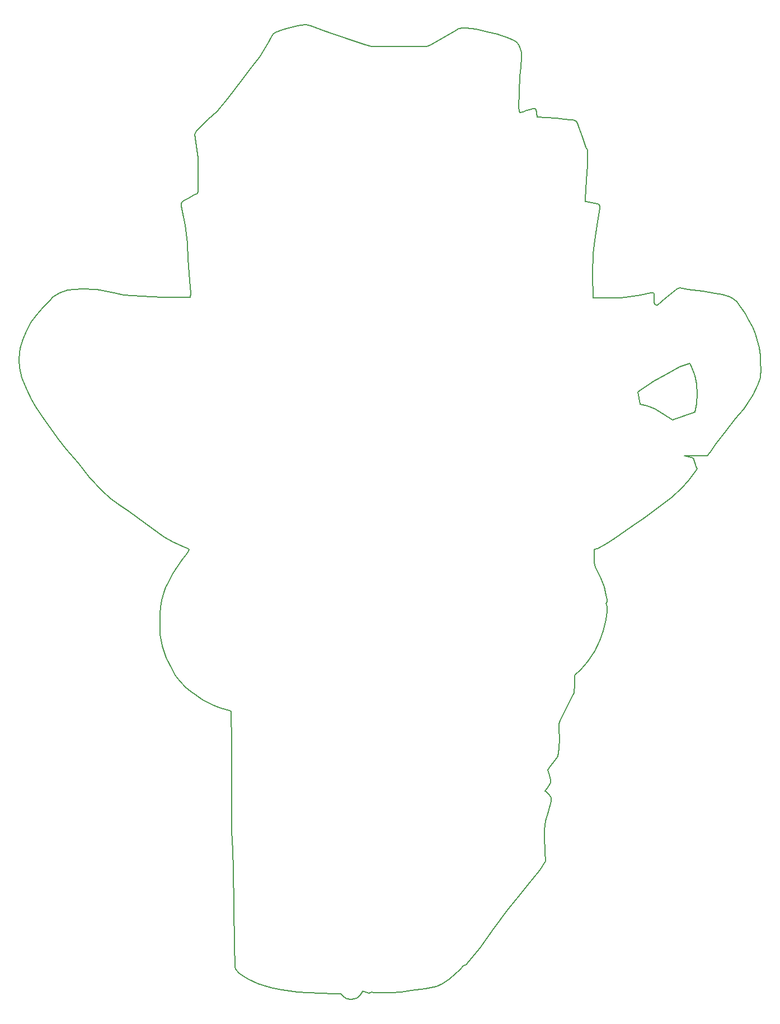
<source format=gm1>
G04 #@! TF.FileFunction,Profile,NP*
%FSLAX46Y46*%
G04 Gerber Fmt 4.6, Leading zero omitted, Abs format (unit mm)*
G04 Created by KiCad (PCBNEW 4.0.7+dfsg1-1ubuntu2) date Fri May 11 22:40:51 2018*
%MOMM*%
%LPD*%
G01*
G04 APERTURE LIST*
%ADD10C,0.100000*%
%ADD11C,0.150000*%
G04 APERTURE END LIST*
D10*
D11*
X102600000Y-154300000D02*
X102800000Y-165700000D01*
X102500000Y-151500000D02*
X102600000Y-154300000D01*
X144200000Y-160350000D02*
X145350000Y-158900000D01*
X142000000Y-163350000D02*
X144200000Y-160350000D01*
X139950000Y-166200000D02*
X142000000Y-163350000D01*
X164150000Y-83950000D02*
X163800000Y-82150000D01*
X165250000Y-84250000D02*
X164150000Y-83950000D01*
X166350000Y-84700000D02*
X165250000Y-84250000D01*
X167500000Y-85300000D02*
X166350000Y-84700000D01*
X168400000Y-85900000D02*
X167500000Y-85300000D01*
X169050000Y-86350000D02*
X168400000Y-85900000D01*
X172450000Y-85200000D02*
X169050000Y-86350000D01*
X172750000Y-83900000D02*
X172450000Y-85200000D01*
X172850000Y-82450000D02*
X172750000Y-83900000D01*
X172750000Y-80950000D02*
X172850000Y-82450000D01*
X172450000Y-79700000D02*
X172750000Y-80950000D01*
X172050000Y-78600000D02*
X172450000Y-79700000D01*
X171700000Y-77800000D02*
X172050000Y-78600000D01*
X170200000Y-78350000D02*
X171700000Y-77800000D01*
X168050000Y-79500000D02*
X170200000Y-78350000D01*
X166200000Y-80550000D02*
X168050000Y-79500000D01*
X163800000Y-82150000D02*
X166200000Y-80550000D01*
X100500000Y-129900000D02*
X102300000Y-130400000D01*
X99450000Y-129450000D02*
X100500000Y-129900000D01*
X98000000Y-128650000D02*
X99450000Y-129450000D01*
X97050000Y-128050000D02*
X98000000Y-128650000D01*
X96200000Y-127450000D02*
X97050000Y-128050000D01*
X95400000Y-126800000D02*
X96200000Y-127450000D01*
X94500000Y-125850000D02*
X95400000Y-126800000D01*
X93850000Y-124950000D02*
X94500000Y-125850000D01*
X93350000Y-124100000D02*
X93850000Y-124950000D01*
X92500000Y-122350000D02*
X93350000Y-124100000D01*
X91900000Y-120600000D02*
X92500000Y-122350000D01*
X91550000Y-118750000D02*
X91900000Y-120600000D01*
X91500000Y-116950000D02*
X91550000Y-118750000D01*
X91550000Y-115650000D02*
X91500000Y-116950000D01*
X91600000Y-114600000D02*
X91550000Y-115650000D01*
X91800000Y-113650000D02*
X91600000Y-114600000D01*
X92150000Y-112450000D02*
X91800000Y-113650000D01*
X92400000Y-111700000D02*
X92150000Y-112450000D01*
X92700000Y-111050000D02*
X92400000Y-111700000D01*
X93050000Y-110400000D02*
X92700000Y-111050000D01*
X93400000Y-109750000D02*
X93050000Y-110400000D01*
X93800000Y-109050000D02*
X93400000Y-109750000D01*
X95850000Y-106150000D02*
X95600000Y-106600000D01*
X95950000Y-105900000D02*
X95850000Y-106150000D01*
X95600000Y-105750000D02*
X95950000Y-105900000D01*
X94900000Y-107400000D02*
X93800000Y-109050000D01*
X95600000Y-106600000D02*
X94900000Y-107400000D01*
X95200000Y-105550000D02*
X95600000Y-105750000D01*
X93500000Y-104800000D02*
X95200000Y-105550000D01*
X92150000Y-104050000D02*
X93500000Y-104800000D01*
X89300000Y-102050000D02*
X92150000Y-104050000D01*
X86750000Y-100200000D02*
X89300000Y-102050000D01*
X85300000Y-99150000D02*
X86750000Y-100200000D01*
X84000000Y-98200000D02*
X85300000Y-99150000D01*
X82750000Y-97000000D02*
X84000000Y-98200000D01*
X80900000Y-95050000D02*
X82750000Y-97000000D01*
X79150000Y-92900000D02*
X80900000Y-95050000D01*
X77300000Y-90750000D02*
X79150000Y-92900000D01*
X76150000Y-89250000D02*
X77300000Y-90750000D01*
X74850000Y-87450000D02*
X76150000Y-89250000D01*
X74000000Y-86250000D02*
X74850000Y-87450000D01*
X72750000Y-84400000D02*
X74000000Y-86250000D01*
X72050000Y-83200000D02*
X72750000Y-84400000D01*
X71350000Y-81750000D02*
X72050000Y-83200000D01*
X70650000Y-80000000D02*
X71350000Y-81750000D01*
X70300000Y-78500000D02*
X70650000Y-80000000D01*
X70200000Y-77300000D02*
X70300000Y-78500000D01*
X70250000Y-76200000D02*
X70200000Y-77300000D01*
X70350000Y-75500000D02*
X70250000Y-76200000D01*
X70800000Y-74200000D02*
X70350000Y-75500000D01*
X71300000Y-72950000D02*
X70800000Y-74200000D01*
X72000000Y-71650000D02*
X71300000Y-72950000D01*
X72800000Y-70500000D02*
X72000000Y-71650000D01*
X73850000Y-69350000D02*
X72800000Y-70500000D01*
X74800000Y-68400000D02*
X73850000Y-69350000D01*
X75400000Y-67750000D02*
X74800000Y-68400000D01*
X76400000Y-67100000D02*
X75400000Y-67750000D01*
X77600000Y-66750000D02*
X76400000Y-67100000D01*
X79700000Y-66550000D02*
X77600000Y-66750000D01*
X82000000Y-66650000D02*
X79700000Y-66550000D01*
X84550000Y-67150000D02*
X82000000Y-66650000D01*
X86050000Y-67500000D02*
X84550000Y-67150000D01*
X90150000Y-67750000D02*
X86050000Y-67500000D01*
X92150000Y-67800000D02*
X90150000Y-67750000D01*
X95400000Y-67800000D02*
X92150000Y-67800000D01*
X96100000Y-67800000D02*
X95400000Y-67800000D01*
X96200000Y-67250000D02*
X96100000Y-67800000D01*
X96050000Y-65250000D02*
X96200000Y-67250000D01*
X95800000Y-62100000D02*
X96050000Y-65250000D01*
X95650000Y-59600000D02*
X95800000Y-62100000D01*
X95350000Y-56900000D02*
X95650000Y-59600000D01*
X95000000Y-55250000D02*
X95350000Y-56900000D01*
X94750000Y-54000000D02*
X95000000Y-55250000D01*
X94750000Y-53650000D02*
X94750000Y-54000000D01*
X94850000Y-53400000D02*
X94750000Y-53650000D01*
X95200000Y-53150000D02*
X94850000Y-53400000D01*
X95850000Y-52800000D02*
X95200000Y-53150000D01*
X96700000Y-52350000D02*
X95850000Y-52800000D01*
X97100000Y-52150000D02*
X96700000Y-52350000D01*
X97250000Y-51900000D02*
X97100000Y-52150000D01*
X97300000Y-49250000D02*
X97250000Y-51900000D01*
X97250000Y-46700000D02*
X97300000Y-49250000D01*
X97050000Y-44950000D02*
X97250000Y-46700000D01*
X96850000Y-43750000D02*
X97050000Y-44950000D01*
X96800000Y-43150000D02*
X96850000Y-43750000D01*
X97000000Y-42650000D02*
X96800000Y-43150000D01*
X98800000Y-40850000D02*
X97000000Y-42650000D01*
X100200000Y-39700000D02*
X98800000Y-40850000D01*
X101800000Y-37750000D02*
X100200000Y-39700000D01*
X103950000Y-34900000D02*
X101800000Y-37750000D01*
X105000000Y-33500000D02*
X103950000Y-34900000D01*
X105850000Y-32400000D02*
X105000000Y-33500000D01*
X106600000Y-31500000D02*
X105850000Y-32400000D01*
X107400000Y-30200000D02*
X106600000Y-31500000D01*
X107850000Y-29350000D02*
X107400000Y-30200000D01*
X108350000Y-28450000D02*
X107850000Y-29350000D01*
X108600000Y-28000000D02*
X108350000Y-28450000D01*
X109000000Y-27800000D02*
X108600000Y-28000000D01*
X110050000Y-27350000D02*
X109000000Y-27800000D01*
X111000000Y-27050000D02*
X110050000Y-27350000D01*
X112050000Y-26800000D02*
X111000000Y-27050000D01*
X112800000Y-26650000D02*
X112050000Y-26800000D01*
X113600000Y-26600000D02*
X112800000Y-26650000D01*
X114300000Y-26750000D02*
X113600000Y-26600000D01*
X116600000Y-27600000D02*
X114300000Y-26750000D01*
X120350000Y-28850000D02*
X116600000Y-27600000D01*
X122600000Y-29600000D02*
X120350000Y-28850000D01*
X123500000Y-29850000D02*
X122600000Y-29600000D01*
X131950000Y-29850000D02*
X123500000Y-29850000D01*
X132500000Y-29600000D02*
X131950000Y-29850000D01*
X134300000Y-28600000D02*
X132500000Y-29600000D01*
X136050000Y-27600000D02*
X134300000Y-28600000D01*
X136750000Y-27200000D02*
X136050000Y-27600000D01*
X137350000Y-27050000D02*
X136750000Y-27200000D01*
X137850000Y-27050000D02*
X137350000Y-27050000D01*
X139350000Y-27250000D02*
X137850000Y-27050000D01*
X141100000Y-27650000D02*
X139350000Y-27250000D01*
X142550000Y-28050000D02*
X141100000Y-27650000D01*
X144300000Y-28650000D02*
X142550000Y-28050000D01*
X145000000Y-28950000D02*
X144300000Y-28650000D01*
X145500000Y-29250000D02*
X145000000Y-28950000D01*
X145800000Y-29650000D02*
X145500000Y-29250000D01*
X146050000Y-30250000D02*
X145800000Y-29650000D01*
X146250000Y-30850000D02*
X146050000Y-30250000D01*
X146250000Y-31500000D02*
X146250000Y-30850000D01*
X146150000Y-33000000D02*
X146250000Y-31500000D01*
X146000000Y-34400000D02*
X146150000Y-33000000D01*
X145850000Y-36750000D02*
X146000000Y-34400000D01*
X145800000Y-39100000D02*
X145850000Y-36750000D01*
X145850000Y-39650000D02*
X145800000Y-39100000D01*
X145950000Y-39900000D02*
X145850000Y-39650000D01*
X146450000Y-39750000D02*
X145950000Y-39900000D01*
X147000000Y-39550000D02*
X146450000Y-39750000D01*
X147500000Y-39450000D02*
X147000000Y-39550000D01*
X147950000Y-39300000D02*
X147500000Y-39450000D01*
X148200000Y-39300000D02*
X147950000Y-39300000D01*
X148400000Y-39400000D02*
X148200000Y-39300000D01*
X148550000Y-40000000D02*
X148400000Y-39400000D01*
X148600000Y-40550000D02*
X148550000Y-40000000D01*
X151500000Y-40700000D02*
X148600000Y-40550000D01*
X152750000Y-40850000D02*
X151500000Y-40700000D01*
X153600000Y-40950000D02*
X152750000Y-40850000D01*
X153950000Y-41000000D02*
X153600000Y-40950000D01*
X154250000Y-41050000D02*
X153950000Y-41000000D01*
X154500000Y-41200000D02*
X154250000Y-41050000D01*
X154700000Y-41450000D02*
X154500000Y-41200000D01*
X154900000Y-42000000D02*
X154700000Y-41450000D01*
X155450000Y-43600000D02*
X154900000Y-42000000D01*
X156000000Y-45100000D02*
X155450000Y-43600000D01*
X156200000Y-45550000D02*
X156000000Y-45100000D01*
X156200000Y-45950000D02*
X156200000Y-45550000D01*
X156200000Y-47800000D02*
X156200000Y-45950000D01*
X156050000Y-50150000D02*
X156200000Y-47800000D01*
X155850000Y-52900000D02*
X156050000Y-50150000D01*
X155850000Y-53300000D02*
X155850000Y-52900000D01*
X156000000Y-53350000D02*
X155850000Y-53300000D01*
X157700000Y-53650000D02*
X156000000Y-53350000D01*
X157950000Y-53750000D02*
X157700000Y-53650000D01*
X158100000Y-54000000D02*
X157950000Y-53750000D01*
X158100000Y-54350000D02*
X158100000Y-54000000D01*
X157750000Y-56350000D02*
X158100000Y-54350000D01*
X157350000Y-59150000D02*
X157750000Y-56350000D01*
X157100000Y-61200000D02*
X157350000Y-59150000D01*
X157000000Y-64300000D02*
X157100000Y-61200000D01*
X157050000Y-67900000D02*
X157000000Y-64300000D01*
X158700000Y-67900000D02*
X157050000Y-67900000D01*
X161250000Y-67900000D02*
X158700000Y-67900000D01*
X162550000Y-67750000D02*
X161250000Y-67900000D01*
X164250000Y-67500000D02*
X162550000Y-67750000D01*
X165800000Y-67150000D02*
X164250000Y-67500000D01*
X166150000Y-67150000D02*
X165800000Y-67150000D01*
X166250000Y-67200000D02*
X166150000Y-67150000D01*
X166300000Y-67550000D02*
X166250000Y-67200000D01*
X166300000Y-68600000D02*
X166300000Y-67550000D01*
X166350000Y-68850000D02*
X166300000Y-68600000D01*
X166450000Y-68950000D02*
X166350000Y-68850000D01*
X166600000Y-69000000D02*
X166450000Y-68950000D01*
X166800000Y-69000000D02*
X166600000Y-69000000D01*
X168100000Y-67900000D02*
X166800000Y-69000000D01*
X169800000Y-66550000D02*
X168100000Y-67900000D01*
X170150000Y-66400000D02*
X169800000Y-66550000D01*
X171400000Y-66600000D02*
X170150000Y-66400000D01*
X173650000Y-66900000D02*
X171400000Y-66600000D01*
X175500000Y-67200000D02*
X173650000Y-66900000D01*
X176600000Y-67400000D02*
X175500000Y-67200000D01*
X177700000Y-67750000D02*
X176600000Y-67400000D01*
X178300000Y-68050000D02*
X177700000Y-67750000D01*
X178800000Y-68500000D02*
X178300000Y-68050000D01*
X179450000Y-69300000D02*
X178800000Y-68500000D01*
X180100000Y-70300000D02*
X179450000Y-69300000D01*
X180550000Y-71100000D02*
X180100000Y-70300000D01*
X181150000Y-72300000D02*
X180550000Y-71100000D01*
X181600000Y-73350000D02*
X181150000Y-72300000D01*
X181900000Y-74250000D02*
X181600000Y-73350000D01*
X182200000Y-75400000D02*
X181900000Y-74250000D01*
X182350000Y-76650000D02*
X182200000Y-75400000D01*
X182400000Y-77500000D02*
X182350000Y-76650000D01*
X182450000Y-78900000D02*
X182400000Y-77500000D01*
X182400000Y-79650000D02*
X182450000Y-78900000D01*
X182400000Y-80050000D02*
X182400000Y-79650000D01*
X181950000Y-81150000D02*
X182400000Y-80050000D01*
X181250000Y-82550000D02*
X181950000Y-81150000D01*
X180350000Y-84000000D02*
X181250000Y-82550000D01*
X179800000Y-84750000D02*
X180350000Y-84000000D01*
X179150000Y-85550000D02*
X179800000Y-84750000D01*
X178600000Y-86200000D02*
X179150000Y-85550000D01*
X177250000Y-87950000D02*
X178600000Y-86200000D01*
X175700000Y-89950000D02*
X177250000Y-87950000D01*
X174750000Y-91250000D02*
X175700000Y-89950000D01*
X174350000Y-91800000D02*
X174750000Y-91250000D01*
X172750000Y-91750000D02*
X174350000Y-91800000D01*
X171650000Y-91750000D02*
X172750000Y-91750000D01*
X170900000Y-91800000D02*
X171650000Y-91750000D01*
X172200000Y-92100000D02*
X170900000Y-91800000D01*
X172550000Y-93100000D02*
X172200000Y-92100000D01*
X172650000Y-93450000D02*
X172550000Y-93100000D01*
X172800000Y-93700000D02*
X172650000Y-93450000D01*
X172750000Y-93900000D02*
X172800000Y-93700000D01*
X172250000Y-94600000D02*
X172750000Y-93900000D01*
X171450000Y-95550000D02*
X172250000Y-94600000D01*
X170400000Y-96700000D02*
X171450000Y-95550000D01*
X169000000Y-98000000D02*
X170400000Y-96700000D01*
X167000000Y-99550000D02*
X169000000Y-98000000D01*
X164900000Y-101050000D02*
X167000000Y-99550000D01*
X162800000Y-102550000D02*
X164900000Y-101050000D01*
X160300000Y-104300000D02*
X162800000Y-102550000D01*
X159100000Y-105100000D02*
X160300000Y-104300000D01*
X157750000Y-105800000D02*
X159100000Y-105100000D01*
X157200000Y-105900000D02*
X157750000Y-105800000D01*
X157200000Y-106750000D02*
X157200000Y-105900000D01*
X157250000Y-107900000D02*
X157200000Y-106750000D01*
X157300000Y-108400000D02*
X157250000Y-107900000D01*
X157500000Y-108800000D02*
X157300000Y-108400000D01*
X158200000Y-110150000D02*
X157500000Y-108800000D01*
X158750000Y-111600000D02*
X158200000Y-110150000D01*
X159050000Y-112850000D02*
X158750000Y-111600000D01*
X159200000Y-113500000D02*
X159050000Y-112850000D01*
X159200000Y-113850000D02*
X159200000Y-113500000D01*
X159050000Y-114100000D02*
X159200000Y-113850000D01*
X159200000Y-114550000D02*
X159050000Y-114100000D01*
X159200000Y-115300000D02*
X159200000Y-114550000D01*
X159000000Y-116600000D02*
X159200000Y-115300000D01*
X158550000Y-118300000D02*
X159000000Y-116600000D01*
X158050000Y-119700000D02*
X158550000Y-118300000D01*
X157300000Y-121300000D02*
X158050000Y-119700000D01*
X156250000Y-122950000D02*
X157300000Y-121300000D01*
X155200000Y-124100000D02*
X156250000Y-122950000D01*
X154300000Y-124950000D02*
X155200000Y-124100000D01*
X154250000Y-126300000D02*
X154300000Y-124950000D01*
X154200000Y-127700000D02*
X154250000Y-126300000D01*
X154050000Y-127900000D02*
X154200000Y-127700000D01*
X153050000Y-129800000D02*
X154050000Y-127900000D01*
X152450000Y-131000000D02*
X153050000Y-129800000D01*
X152050000Y-131850000D02*
X152450000Y-131000000D01*
X151900000Y-132300000D02*
X152050000Y-131850000D01*
X151900000Y-133100000D02*
X151900000Y-132300000D01*
X151950000Y-134600000D02*
X151900000Y-133100000D01*
X151900000Y-136050000D02*
X151950000Y-134600000D01*
X151850000Y-136650000D02*
X151900000Y-136050000D01*
X151700000Y-137250000D02*
X151850000Y-136650000D01*
X151250000Y-137950000D02*
X151700000Y-137250000D01*
X150650000Y-138700000D02*
X151250000Y-137950000D01*
X150200000Y-139250000D02*
X150650000Y-138700000D01*
X150450000Y-140100000D02*
X150200000Y-139250000D01*
X150600000Y-140800000D02*
X150450000Y-140100000D01*
X150650000Y-141200000D02*
X150600000Y-140800000D01*
X150300000Y-141800000D02*
X150650000Y-141200000D01*
X149800000Y-142450000D02*
X150300000Y-141800000D01*
X149950000Y-142550000D02*
X149800000Y-142450000D01*
X150450000Y-143100000D02*
X149950000Y-142550000D01*
X150700000Y-143500000D02*
X150450000Y-143100000D01*
X150700000Y-144050000D02*
X150700000Y-143500000D01*
X150250000Y-145600000D02*
X150700000Y-144050000D01*
X149900000Y-147000000D02*
X150250000Y-145600000D01*
X149700000Y-148300000D02*
X149900000Y-147000000D01*
X149700000Y-149450000D02*
X149700000Y-148300000D01*
X149800000Y-151650000D02*
X149700000Y-149450000D01*
X149900000Y-153100000D02*
X149800000Y-151650000D01*
X149050000Y-154450000D02*
X149900000Y-153100000D01*
X147800000Y-155900000D02*
X149050000Y-154450000D01*
X145350000Y-158900000D02*
X147800000Y-155900000D01*
X137800000Y-168700000D02*
X139950000Y-166200000D01*
X137400000Y-168900000D02*
X137800000Y-168700000D01*
X136950000Y-169500000D02*
X137400000Y-168900000D01*
X135350000Y-170850000D02*
X136950000Y-169500000D01*
X134300000Y-171650000D02*
X135350000Y-170850000D01*
X133350000Y-172000000D02*
X134300000Y-171650000D01*
X131650000Y-172350000D02*
X133350000Y-172000000D01*
X129550000Y-172600000D02*
X131650000Y-172350000D01*
X128000000Y-172850000D02*
X129550000Y-172600000D01*
X126500000Y-173000000D02*
X128000000Y-172850000D01*
X124800000Y-173000000D02*
X126500000Y-173000000D01*
X123900000Y-172950000D02*
X124800000Y-173000000D01*
X123500000Y-172900000D02*
X123900000Y-172950000D01*
X123350000Y-173000000D02*
X123500000Y-172900000D01*
X123100000Y-173050000D02*
X123350000Y-173000000D01*
X122900000Y-173000000D02*
X123100000Y-173050000D01*
X122600000Y-172850000D02*
X122900000Y-173000000D01*
X122200000Y-172750000D02*
X122600000Y-172850000D01*
X122150000Y-172800000D02*
X122200000Y-172750000D01*
X121850000Y-173300000D02*
X122150000Y-172800000D01*
X121450000Y-173700000D02*
X121850000Y-173300000D01*
X121000000Y-173900000D02*
X121450000Y-173700000D01*
X120400000Y-173950000D02*
X121000000Y-173900000D01*
X119800000Y-173900000D02*
X120400000Y-173950000D01*
X119350000Y-173650000D02*
X119800000Y-173900000D01*
X119050000Y-173350000D02*
X119350000Y-173650000D01*
X118850000Y-173100000D02*
X119050000Y-173350000D01*
X117750000Y-173100000D02*
X118850000Y-173100000D01*
X115900000Y-173050000D02*
X117750000Y-173100000D01*
X114000000Y-173000000D02*
X115900000Y-173050000D01*
X112350000Y-172900000D02*
X114000000Y-173000000D01*
X111150000Y-172750000D02*
X112350000Y-172900000D01*
X109950000Y-172550000D02*
X111150000Y-172750000D01*
X108650000Y-172300000D02*
X109950000Y-172550000D01*
X107700000Y-172050000D02*
X108650000Y-172300000D01*
X106350000Y-171600000D02*
X107700000Y-172050000D01*
X104900000Y-170950000D02*
X106350000Y-171600000D01*
X104050000Y-170450000D02*
X104900000Y-170950000D01*
X103450000Y-170000000D02*
X104050000Y-170450000D01*
X103000000Y-169450000D02*
X103450000Y-170000000D01*
X102900000Y-169100000D02*
X103000000Y-169450000D01*
X102800000Y-165700000D02*
X102900000Y-169100000D01*
X102400000Y-148500000D02*
X102500000Y-151500000D01*
X102350000Y-146650000D02*
X102400000Y-148500000D01*
X102350000Y-135200000D02*
X102350000Y-146650000D01*
X102300000Y-130400000D02*
X102350000Y-135200000D01*
M02*

</source>
